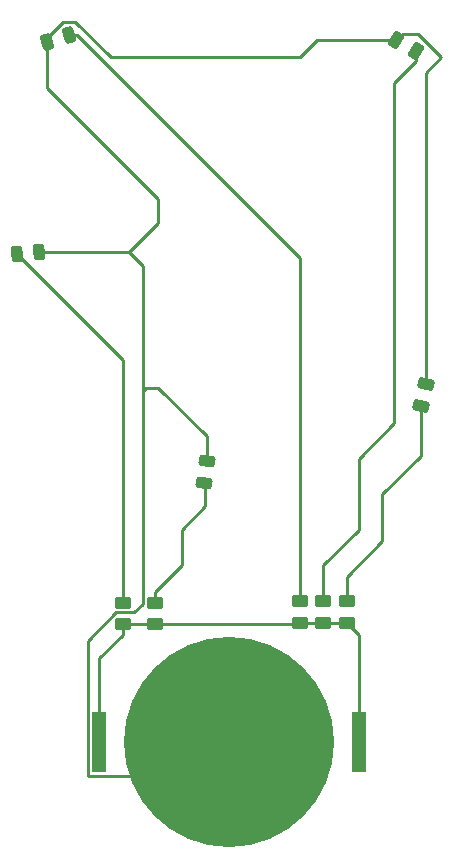
<source format=gbl>
G04 #@! TF.GenerationSoftware,KiCad,Pcbnew,(6.0.10-0)*
G04 #@! TF.CreationDate,2023-08-25T18:06:36+02:00*
G04 #@! TF.ProjectId,SwiftLeeds,53776966-744c-4656-9564-732e6b696361,rev?*
G04 #@! TF.SameCoordinates,Original*
G04 #@! TF.FileFunction,Copper,L2,Bot*
G04 #@! TF.FilePolarity,Positive*
%FSLAX46Y46*%
G04 Gerber Fmt 4.6, Leading zero omitted, Abs format (unit mm)*
G04 Created by KiCad (PCBNEW (6.0.10-0)) date 2023-08-25 18:06:36*
%MOMM*%
%LPD*%
G01*
G04 APERTURE LIST*
G04 Aperture macros list*
%AMRoundRect*
0 Rectangle with rounded corners*
0 $1 Rounding radius*
0 $2 $3 $4 $5 $6 $7 $8 $9 X,Y pos of 4 corners*
0 Add a 4 corners polygon primitive as box body*
4,1,4,$2,$3,$4,$5,$6,$7,$8,$9,$2,$3,0*
0 Add four circle primitives for the rounded corners*
1,1,$1+$1,$2,$3*
1,1,$1+$1,$4,$5*
1,1,$1+$1,$6,$7*
1,1,$1+$1,$8,$9*
0 Add four rect primitives between the rounded corners*
20,1,$1+$1,$2,$3,$4,$5,0*
20,1,$1+$1,$4,$5,$6,$7,0*
20,1,$1+$1,$6,$7,$8,$9,0*
20,1,$1+$1,$8,$9,$2,$3,0*%
G04 Aperture macros list end*
G04 #@! TA.AperFunction,SMDPad,CuDef*
%ADD10RoundRect,0.250000X-0.450000X0.262500X-0.450000X-0.262500X0.450000X-0.262500X0.450000X0.262500X0*%
G04 #@! TD*
G04 #@! TA.AperFunction,SMDPad,CuDef*
%ADD11RoundRect,0.243750X-0.423144X0.297536X-0.482555X-0.186330X0.423144X-0.297536X0.482555X0.186330X0*%
G04 #@! TD*
G04 #@! TA.AperFunction,SMDPad,CuDef*
%ADD12RoundRect,0.243750X0.203058X0.475758X-0.282587X0.433270X-0.203058X-0.475758X0.282587X-0.433270X0*%
G04 #@! TD*
G04 #@! TA.AperFunction,SMDPad,CuDef*
%ADD13RoundRect,0.243750X-0.389725X0.340137X-0.499388X-0.134869X0.389725X-0.340137X0.499388X0.134869X0*%
G04 #@! TD*
G04 #@! TA.AperFunction,SMDPad,CuDef*
%ADD14RoundRect,0.243750X-0.439219X-0.273249X-0.017031X-0.516999X0.439219X0.273249X0.017031X0.516999X0*%
G04 #@! TD*
G04 #@! TA.AperFunction,SMDPad,CuDef*
%ADD15RoundRect,0.243750X-0.099705X-0.507580X0.366494X-0.365048X0.099705X0.507580X-0.366494X0.365048X0*%
G04 #@! TD*
G04 #@! TA.AperFunction,SMDPad,CuDef*
%ADD16R,1.270000X5.080000*%
G04 #@! TD*
G04 #@! TA.AperFunction,SMDPad,CuDef*
%ADD17C,17.800000*%
G04 #@! TD*
G04 #@! TA.AperFunction,Conductor*
%ADD18C,0.250000*%
G04 #@! TD*
G04 APERTURE END LIST*
D10*
X222735000Y-96175000D03*
X222735000Y-98000000D03*
X220000000Y-96175000D03*
X220000000Y-98000000D03*
X239000000Y-96087500D03*
X239000000Y-97912500D03*
X237000000Y-96087500D03*
X237000000Y-97912500D03*
X235000000Y-96087500D03*
X235000000Y-97912500D03*
D11*
X227114253Y-84154446D03*
X226885747Y-86015470D03*
D12*
X212933933Y-66518291D03*
X211066067Y-66681709D03*
D13*
X245229248Y-79520194D03*
X245651032Y-77693250D03*
D14*
X243188101Y-48531250D03*
X244811899Y-49468750D03*
D15*
X215438041Y-48152119D03*
X213644969Y-48700315D03*
D16*
X239985000Y-108000000D03*
X218015000Y-108000000D03*
D17*
X229000000Y-108000000D03*
D18*
X243188101Y-48531250D02*
X236468750Y-48531250D01*
X216000000Y-47000000D02*
X214992021Y-47000000D01*
X214992021Y-47000000D02*
X213644969Y-48347052D01*
X235000000Y-50000000D02*
X219000000Y-50000000D01*
X213644969Y-52644969D02*
X223000000Y-62000000D01*
X219000000Y-50000000D02*
X216000000Y-47000000D01*
X236468750Y-48531250D02*
X235000000Y-50000000D01*
X223000000Y-62000000D02*
X223000000Y-64036582D01*
X213644969Y-48347052D02*
X213644969Y-52644969D01*
X223000000Y-64036582D02*
X220518291Y-66518291D01*
X237000000Y-96087500D02*
X237000000Y-93000000D01*
X237000000Y-93000000D02*
X240000000Y-90000000D01*
X243000000Y-81000000D02*
X243000000Y-52168038D01*
X240000000Y-90000000D02*
X240000000Y-84000000D01*
X240000000Y-84000000D02*
X243000000Y-81000000D01*
X243000000Y-52168038D02*
X244811899Y-50356139D01*
X244811899Y-50356139D02*
X244811899Y-49468750D01*
X245651032Y-77693250D02*
X245651032Y-51348968D01*
X243719351Y-48000000D02*
X243188101Y-48531250D01*
X245651032Y-51348968D02*
X247000000Y-50000000D01*
X247000000Y-50000000D02*
X245000000Y-48000000D01*
X245000000Y-48000000D02*
X243719351Y-48000000D01*
X221710000Y-68290000D02*
X221710000Y-78290000D01*
X222000000Y-78000000D02*
X221710000Y-78290000D01*
X221710000Y-78290000D02*
X221710000Y-96290000D01*
X223000000Y-78000000D02*
X222000000Y-78000000D01*
X220518291Y-66518291D02*
X221710000Y-67710000D01*
X221710000Y-67710000D02*
X221710000Y-68290000D01*
X227114253Y-84154446D02*
X227114253Y-82114253D01*
X227114253Y-82114253D02*
X223000000Y-78000000D01*
X221710000Y-96290000D02*
X220987500Y-97012500D01*
X220987500Y-97012500D02*
X219461827Y-97012500D01*
X219461827Y-97012500D02*
X217055000Y-99419327D01*
X217055000Y-99419327D02*
X217055000Y-110865000D01*
X217055000Y-110865000D02*
X226135000Y-110865000D01*
X226135000Y-110865000D02*
X229000000Y-108000000D01*
X215438041Y-48152119D02*
X216152119Y-48152119D01*
X216152119Y-48152119D02*
X235000000Y-67000000D01*
X235000000Y-67000000D02*
X235000000Y-96087500D01*
X222735000Y-98000000D02*
X234912500Y-98000000D01*
X234912500Y-98000000D02*
X235000000Y-97912500D01*
X220000000Y-98000000D02*
X222735000Y-98000000D01*
X239000000Y-96087500D02*
X239000000Y-94000000D01*
X239000000Y-94000000D02*
X242000000Y-91000000D01*
X242000000Y-91000000D02*
X242000000Y-87000000D01*
X242000000Y-87000000D02*
X245229248Y-83770752D01*
X245229248Y-83770752D02*
X245229248Y-79520194D01*
X220000000Y-96175000D02*
X220000000Y-75615642D01*
X220000000Y-75615642D02*
X211066067Y-66681709D01*
X222735000Y-95265000D02*
X225000000Y-93000000D01*
X222735000Y-96175000D02*
X222735000Y-95265000D01*
X220000000Y-98912500D02*
X220000000Y-98000000D01*
X239985000Y-108000000D02*
X239985000Y-98897500D01*
X239985000Y-98897500D02*
X239000000Y-97912500D01*
X212933933Y-66518291D02*
X220518291Y-66518291D01*
X225000000Y-90000000D02*
X227000000Y-88000000D01*
X225000000Y-93000000D02*
X225000000Y-90000000D01*
X227000000Y-88000000D02*
X227000000Y-86129723D01*
X227000000Y-86129723D02*
X226885747Y-86015470D01*
X237000000Y-97912500D02*
X239000000Y-97912500D01*
X235000000Y-97912500D02*
X237000000Y-97912500D01*
X218015000Y-108000000D02*
X218015000Y-100897500D01*
X218015000Y-100897500D02*
X220000000Y-98912500D01*
M02*

</source>
